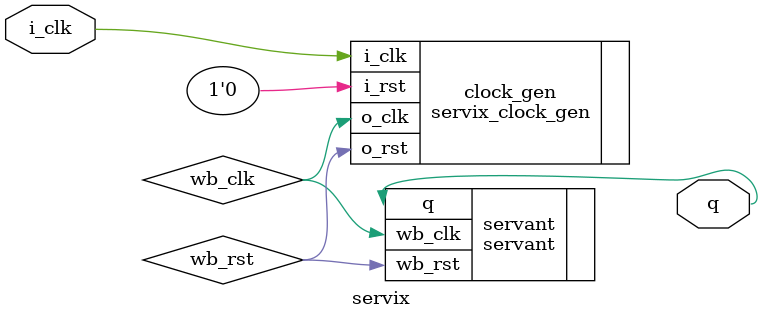
<source format=v>
`default_nettype none
module servix
(
 input wire  i_clk,
`ifdef WITH_RESET
 input wire  i_rst_n,
`endif
 output wire q);

   parameter frequency = 32;
   parameter memfile = "zephyr_hello.hex";
   parameter memsize = 8192;
   parameter PLL = "NONE";

   wire      wb_clk;
   wire      wb_rst;

   servix_clock_gen
     #(.frequency (frequency))
   clock_gen
     (.i_clk (i_clk),
`ifdef WITH_RESET
      .i_rst (!i_rst_n),
`else
      .i_rst (1'b0),
`endif
      .o_clk (wb_clk),
      .o_rst (wb_rst));

   servant
     #(.memfile (memfile),
       .memsize (memsize))
   servant
     (.wb_clk (wb_clk),
      .wb_rst (wb_rst),
      .q      (q));

endmodule

</source>
